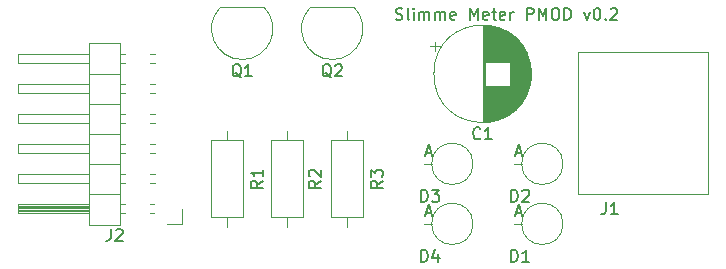
<source format=gbr>
%TF.GenerationSoftware,KiCad,Pcbnew,7.0.7*%
%TF.CreationDate,2023-08-26T11:09:00+02:00*%
%TF.ProjectId,slimme_meter_pmod,736c696d-6d65-45f6-9d65-7465725f706d,rev?*%
%TF.SameCoordinates,Original*%
%TF.FileFunction,Legend,Top*%
%TF.FilePolarity,Positive*%
%FSLAX46Y46*%
G04 Gerber Fmt 4.6, Leading zero omitted, Abs format (unit mm)*
G04 Created by KiCad (PCBNEW 7.0.7) date 2023-08-26 11:09:00*
%MOMM*%
%LPD*%
G01*
G04 APERTURE LIST*
%ADD10C,0.150000*%
%ADD11C,0.120000*%
G04 APERTURE END LIST*
D10*
X118399160Y-52527200D02*
X118542017Y-52574819D01*
X118542017Y-52574819D02*
X118780112Y-52574819D01*
X118780112Y-52574819D02*
X118875350Y-52527200D01*
X118875350Y-52527200D02*
X118922969Y-52479580D01*
X118922969Y-52479580D02*
X118970588Y-52384342D01*
X118970588Y-52384342D02*
X118970588Y-52289104D01*
X118970588Y-52289104D02*
X118922969Y-52193866D01*
X118922969Y-52193866D02*
X118875350Y-52146247D01*
X118875350Y-52146247D02*
X118780112Y-52098628D01*
X118780112Y-52098628D02*
X118589636Y-52051009D01*
X118589636Y-52051009D02*
X118494398Y-52003390D01*
X118494398Y-52003390D02*
X118446779Y-51955771D01*
X118446779Y-51955771D02*
X118399160Y-51860533D01*
X118399160Y-51860533D02*
X118399160Y-51765295D01*
X118399160Y-51765295D02*
X118446779Y-51670057D01*
X118446779Y-51670057D02*
X118494398Y-51622438D01*
X118494398Y-51622438D02*
X118589636Y-51574819D01*
X118589636Y-51574819D02*
X118827731Y-51574819D01*
X118827731Y-51574819D02*
X118970588Y-51622438D01*
X119542017Y-52574819D02*
X119446779Y-52527200D01*
X119446779Y-52527200D02*
X119399160Y-52431961D01*
X119399160Y-52431961D02*
X119399160Y-51574819D01*
X119922970Y-52574819D02*
X119922970Y-51908152D01*
X119922970Y-51574819D02*
X119875351Y-51622438D01*
X119875351Y-51622438D02*
X119922970Y-51670057D01*
X119922970Y-51670057D02*
X119970589Y-51622438D01*
X119970589Y-51622438D02*
X119922970Y-51574819D01*
X119922970Y-51574819D02*
X119922970Y-51670057D01*
X120399160Y-52574819D02*
X120399160Y-51908152D01*
X120399160Y-52003390D02*
X120446779Y-51955771D01*
X120446779Y-51955771D02*
X120542017Y-51908152D01*
X120542017Y-51908152D02*
X120684874Y-51908152D01*
X120684874Y-51908152D02*
X120780112Y-51955771D01*
X120780112Y-51955771D02*
X120827731Y-52051009D01*
X120827731Y-52051009D02*
X120827731Y-52574819D01*
X120827731Y-52051009D02*
X120875350Y-51955771D01*
X120875350Y-51955771D02*
X120970588Y-51908152D01*
X120970588Y-51908152D02*
X121113445Y-51908152D01*
X121113445Y-51908152D02*
X121208684Y-51955771D01*
X121208684Y-51955771D02*
X121256303Y-52051009D01*
X121256303Y-52051009D02*
X121256303Y-52574819D01*
X121732493Y-52574819D02*
X121732493Y-51908152D01*
X121732493Y-52003390D02*
X121780112Y-51955771D01*
X121780112Y-51955771D02*
X121875350Y-51908152D01*
X121875350Y-51908152D02*
X122018207Y-51908152D01*
X122018207Y-51908152D02*
X122113445Y-51955771D01*
X122113445Y-51955771D02*
X122161064Y-52051009D01*
X122161064Y-52051009D02*
X122161064Y-52574819D01*
X122161064Y-52051009D02*
X122208683Y-51955771D01*
X122208683Y-51955771D02*
X122303921Y-51908152D01*
X122303921Y-51908152D02*
X122446778Y-51908152D01*
X122446778Y-51908152D02*
X122542017Y-51955771D01*
X122542017Y-51955771D02*
X122589636Y-52051009D01*
X122589636Y-52051009D02*
X122589636Y-52574819D01*
X123446778Y-52527200D02*
X123351540Y-52574819D01*
X123351540Y-52574819D02*
X123161064Y-52574819D01*
X123161064Y-52574819D02*
X123065826Y-52527200D01*
X123065826Y-52527200D02*
X123018207Y-52431961D01*
X123018207Y-52431961D02*
X123018207Y-52051009D01*
X123018207Y-52051009D02*
X123065826Y-51955771D01*
X123065826Y-51955771D02*
X123161064Y-51908152D01*
X123161064Y-51908152D02*
X123351540Y-51908152D01*
X123351540Y-51908152D02*
X123446778Y-51955771D01*
X123446778Y-51955771D02*
X123494397Y-52051009D01*
X123494397Y-52051009D02*
X123494397Y-52146247D01*
X123494397Y-52146247D02*
X123018207Y-52241485D01*
X124684874Y-52574819D02*
X124684874Y-51574819D01*
X124684874Y-51574819D02*
X125018207Y-52289104D01*
X125018207Y-52289104D02*
X125351540Y-51574819D01*
X125351540Y-51574819D02*
X125351540Y-52574819D01*
X126208683Y-52527200D02*
X126113445Y-52574819D01*
X126113445Y-52574819D02*
X125922969Y-52574819D01*
X125922969Y-52574819D02*
X125827731Y-52527200D01*
X125827731Y-52527200D02*
X125780112Y-52431961D01*
X125780112Y-52431961D02*
X125780112Y-52051009D01*
X125780112Y-52051009D02*
X125827731Y-51955771D01*
X125827731Y-51955771D02*
X125922969Y-51908152D01*
X125922969Y-51908152D02*
X126113445Y-51908152D01*
X126113445Y-51908152D02*
X126208683Y-51955771D01*
X126208683Y-51955771D02*
X126256302Y-52051009D01*
X126256302Y-52051009D02*
X126256302Y-52146247D01*
X126256302Y-52146247D02*
X125780112Y-52241485D01*
X126542017Y-51908152D02*
X126922969Y-51908152D01*
X126684874Y-51574819D02*
X126684874Y-52431961D01*
X126684874Y-52431961D02*
X126732493Y-52527200D01*
X126732493Y-52527200D02*
X126827731Y-52574819D01*
X126827731Y-52574819D02*
X126922969Y-52574819D01*
X127637255Y-52527200D02*
X127542017Y-52574819D01*
X127542017Y-52574819D02*
X127351541Y-52574819D01*
X127351541Y-52574819D02*
X127256303Y-52527200D01*
X127256303Y-52527200D02*
X127208684Y-52431961D01*
X127208684Y-52431961D02*
X127208684Y-52051009D01*
X127208684Y-52051009D02*
X127256303Y-51955771D01*
X127256303Y-51955771D02*
X127351541Y-51908152D01*
X127351541Y-51908152D02*
X127542017Y-51908152D01*
X127542017Y-51908152D02*
X127637255Y-51955771D01*
X127637255Y-51955771D02*
X127684874Y-52051009D01*
X127684874Y-52051009D02*
X127684874Y-52146247D01*
X127684874Y-52146247D02*
X127208684Y-52241485D01*
X128113446Y-52574819D02*
X128113446Y-51908152D01*
X128113446Y-52098628D02*
X128161065Y-52003390D01*
X128161065Y-52003390D02*
X128208684Y-51955771D01*
X128208684Y-51955771D02*
X128303922Y-51908152D01*
X128303922Y-51908152D02*
X128399160Y-51908152D01*
X129494399Y-52574819D02*
X129494399Y-51574819D01*
X129494399Y-51574819D02*
X129875351Y-51574819D01*
X129875351Y-51574819D02*
X129970589Y-51622438D01*
X129970589Y-51622438D02*
X130018208Y-51670057D01*
X130018208Y-51670057D02*
X130065827Y-51765295D01*
X130065827Y-51765295D02*
X130065827Y-51908152D01*
X130065827Y-51908152D02*
X130018208Y-52003390D01*
X130018208Y-52003390D02*
X129970589Y-52051009D01*
X129970589Y-52051009D02*
X129875351Y-52098628D01*
X129875351Y-52098628D02*
X129494399Y-52098628D01*
X130494399Y-52574819D02*
X130494399Y-51574819D01*
X130494399Y-51574819D02*
X130827732Y-52289104D01*
X130827732Y-52289104D02*
X131161065Y-51574819D01*
X131161065Y-51574819D02*
X131161065Y-52574819D01*
X131827732Y-51574819D02*
X132018208Y-51574819D01*
X132018208Y-51574819D02*
X132113446Y-51622438D01*
X132113446Y-51622438D02*
X132208684Y-51717676D01*
X132208684Y-51717676D02*
X132256303Y-51908152D01*
X132256303Y-51908152D02*
X132256303Y-52241485D01*
X132256303Y-52241485D02*
X132208684Y-52431961D01*
X132208684Y-52431961D02*
X132113446Y-52527200D01*
X132113446Y-52527200D02*
X132018208Y-52574819D01*
X132018208Y-52574819D02*
X131827732Y-52574819D01*
X131827732Y-52574819D02*
X131732494Y-52527200D01*
X131732494Y-52527200D02*
X131637256Y-52431961D01*
X131637256Y-52431961D02*
X131589637Y-52241485D01*
X131589637Y-52241485D02*
X131589637Y-51908152D01*
X131589637Y-51908152D02*
X131637256Y-51717676D01*
X131637256Y-51717676D02*
X131732494Y-51622438D01*
X131732494Y-51622438D02*
X131827732Y-51574819D01*
X132684875Y-52574819D02*
X132684875Y-51574819D01*
X132684875Y-51574819D02*
X132922970Y-51574819D01*
X132922970Y-51574819D02*
X133065827Y-51622438D01*
X133065827Y-51622438D02*
X133161065Y-51717676D01*
X133161065Y-51717676D02*
X133208684Y-51812914D01*
X133208684Y-51812914D02*
X133256303Y-52003390D01*
X133256303Y-52003390D02*
X133256303Y-52146247D01*
X133256303Y-52146247D02*
X133208684Y-52336723D01*
X133208684Y-52336723D02*
X133161065Y-52431961D01*
X133161065Y-52431961D02*
X133065827Y-52527200D01*
X133065827Y-52527200D02*
X132922970Y-52574819D01*
X132922970Y-52574819D02*
X132684875Y-52574819D01*
X134351542Y-51908152D02*
X134589637Y-52574819D01*
X134589637Y-52574819D02*
X134827732Y-51908152D01*
X135399161Y-51574819D02*
X135494399Y-51574819D01*
X135494399Y-51574819D02*
X135589637Y-51622438D01*
X135589637Y-51622438D02*
X135637256Y-51670057D01*
X135637256Y-51670057D02*
X135684875Y-51765295D01*
X135684875Y-51765295D02*
X135732494Y-51955771D01*
X135732494Y-51955771D02*
X135732494Y-52193866D01*
X135732494Y-52193866D02*
X135684875Y-52384342D01*
X135684875Y-52384342D02*
X135637256Y-52479580D01*
X135637256Y-52479580D02*
X135589637Y-52527200D01*
X135589637Y-52527200D02*
X135494399Y-52574819D01*
X135494399Y-52574819D02*
X135399161Y-52574819D01*
X135399161Y-52574819D02*
X135303923Y-52527200D01*
X135303923Y-52527200D02*
X135256304Y-52479580D01*
X135256304Y-52479580D02*
X135208685Y-52384342D01*
X135208685Y-52384342D02*
X135161066Y-52193866D01*
X135161066Y-52193866D02*
X135161066Y-51955771D01*
X135161066Y-51955771D02*
X135208685Y-51765295D01*
X135208685Y-51765295D02*
X135256304Y-51670057D01*
X135256304Y-51670057D02*
X135303923Y-51622438D01*
X135303923Y-51622438D02*
X135399161Y-51574819D01*
X136161066Y-52479580D02*
X136208685Y-52527200D01*
X136208685Y-52527200D02*
X136161066Y-52574819D01*
X136161066Y-52574819D02*
X136113447Y-52527200D01*
X136113447Y-52527200D02*
X136161066Y-52479580D01*
X136161066Y-52479580D02*
X136161066Y-52574819D01*
X136589637Y-51670057D02*
X136637256Y-51622438D01*
X136637256Y-51622438D02*
X136732494Y-51574819D01*
X136732494Y-51574819D02*
X136970589Y-51574819D01*
X136970589Y-51574819D02*
X137065827Y-51622438D01*
X137065827Y-51622438D02*
X137113446Y-51670057D01*
X137113446Y-51670057D02*
X137161065Y-51765295D01*
X137161065Y-51765295D02*
X137161065Y-51860533D01*
X137161065Y-51860533D02*
X137113446Y-52003390D01*
X137113446Y-52003390D02*
X136542018Y-52574819D01*
X136542018Y-52574819D02*
X137161065Y-52574819D01*
X128166905Y-67975454D02*
X128166905Y-66975454D01*
X128166905Y-66975454D02*
X128405000Y-66975454D01*
X128405000Y-66975454D02*
X128547857Y-67023073D01*
X128547857Y-67023073D02*
X128643095Y-67118311D01*
X128643095Y-67118311D02*
X128690714Y-67213549D01*
X128690714Y-67213549D02*
X128738333Y-67404025D01*
X128738333Y-67404025D02*
X128738333Y-67546882D01*
X128738333Y-67546882D02*
X128690714Y-67737358D01*
X128690714Y-67737358D02*
X128643095Y-67832596D01*
X128643095Y-67832596D02*
X128547857Y-67927835D01*
X128547857Y-67927835D02*
X128405000Y-67975454D01*
X128405000Y-67975454D02*
X128166905Y-67975454D01*
X129119286Y-67070692D02*
X129166905Y-67023073D01*
X129166905Y-67023073D02*
X129262143Y-66975454D01*
X129262143Y-66975454D02*
X129500238Y-66975454D01*
X129500238Y-66975454D02*
X129595476Y-67023073D01*
X129595476Y-67023073D02*
X129643095Y-67070692D01*
X129643095Y-67070692D02*
X129690714Y-67165930D01*
X129690714Y-67165930D02*
X129690714Y-67261168D01*
X129690714Y-67261168D02*
X129643095Y-67404025D01*
X129643095Y-67404025D02*
X129071667Y-67975454D01*
X129071667Y-67975454D02*
X129690714Y-67975454D01*
X128561905Y-63839104D02*
X129038095Y-63839104D01*
X128466667Y-64124819D02*
X128800000Y-63124819D01*
X128800000Y-63124819D02*
X129133333Y-64124819D01*
X120546905Y-73055454D02*
X120546905Y-72055454D01*
X120546905Y-72055454D02*
X120785000Y-72055454D01*
X120785000Y-72055454D02*
X120927857Y-72103073D01*
X120927857Y-72103073D02*
X121023095Y-72198311D01*
X121023095Y-72198311D02*
X121070714Y-72293549D01*
X121070714Y-72293549D02*
X121118333Y-72484025D01*
X121118333Y-72484025D02*
X121118333Y-72626882D01*
X121118333Y-72626882D02*
X121070714Y-72817358D01*
X121070714Y-72817358D02*
X121023095Y-72912596D01*
X121023095Y-72912596D02*
X120927857Y-73007835D01*
X120927857Y-73007835D02*
X120785000Y-73055454D01*
X120785000Y-73055454D02*
X120546905Y-73055454D01*
X121975476Y-72388787D02*
X121975476Y-73055454D01*
X121737381Y-72007835D02*
X121499286Y-72722120D01*
X121499286Y-72722120D02*
X122118333Y-72722120D01*
X120941905Y-68919104D02*
X121418095Y-68919104D01*
X120846667Y-69204819D02*
X121180000Y-68204819D01*
X121180000Y-68204819D02*
X121513333Y-69204819D01*
X120546905Y-67975454D02*
X120546905Y-66975454D01*
X120546905Y-66975454D02*
X120785000Y-66975454D01*
X120785000Y-66975454D02*
X120927857Y-67023073D01*
X120927857Y-67023073D02*
X121023095Y-67118311D01*
X121023095Y-67118311D02*
X121070714Y-67213549D01*
X121070714Y-67213549D02*
X121118333Y-67404025D01*
X121118333Y-67404025D02*
X121118333Y-67546882D01*
X121118333Y-67546882D02*
X121070714Y-67737358D01*
X121070714Y-67737358D02*
X121023095Y-67832596D01*
X121023095Y-67832596D02*
X120927857Y-67927835D01*
X120927857Y-67927835D02*
X120785000Y-67975454D01*
X120785000Y-67975454D02*
X120546905Y-67975454D01*
X121451667Y-66975454D02*
X122070714Y-66975454D01*
X122070714Y-66975454D02*
X121737381Y-67356406D01*
X121737381Y-67356406D02*
X121880238Y-67356406D01*
X121880238Y-67356406D02*
X121975476Y-67404025D01*
X121975476Y-67404025D02*
X122023095Y-67451644D01*
X122023095Y-67451644D02*
X122070714Y-67546882D01*
X122070714Y-67546882D02*
X122070714Y-67784977D01*
X122070714Y-67784977D02*
X122023095Y-67880215D01*
X122023095Y-67880215D02*
X121975476Y-67927835D01*
X121975476Y-67927835D02*
X121880238Y-67975454D01*
X121880238Y-67975454D02*
X121594524Y-67975454D01*
X121594524Y-67975454D02*
X121499286Y-67927835D01*
X121499286Y-67927835D02*
X121451667Y-67880215D01*
X120941905Y-63839104D02*
X121418095Y-63839104D01*
X120846667Y-64124819D02*
X121180000Y-63124819D01*
X121180000Y-63124819D02*
X121513333Y-64124819D01*
X128166905Y-73055454D02*
X128166905Y-72055454D01*
X128166905Y-72055454D02*
X128405000Y-72055454D01*
X128405000Y-72055454D02*
X128547857Y-72103073D01*
X128547857Y-72103073D02*
X128643095Y-72198311D01*
X128643095Y-72198311D02*
X128690714Y-72293549D01*
X128690714Y-72293549D02*
X128738333Y-72484025D01*
X128738333Y-72484025D02*
X128738333Y-72626882D01*
X128738333Y-72626882D02*
X128690714Y-72817358D01*
X128690714Y-72817358D02*
X128643095Y-72912596D01*
X128643095Y-72912596D02*
X128547857Y-73007835D01*
X128547857Y-73007835D02*
X128405000Y-73055454D01*
X128405000Y-73055454D02*
X128166905Y-73055454D01*
X129690714Y-73055454D02*
X129119286Y-73055454D01*
X129405000Y-73055454D02*
X129405000Y-72055454D01*
X129405000Y-72055454D02*
X129309762Y-72198311D01*
X129309762Y-72198311D02*
X129214524Y-72293549D01*
X129214524Y-72293549D02*
X129119286Y-72341168D01*
X128561905Y-68919104D02*
X129038095Y-68919104D01*
X128466667Y-69204819D02*
X128800000Y-68204819D01*
X128800000Y-68204819D02*
X129133333Y-69204819D01*
X125563333Y-62589580D02*
X125515714Y-62637200D01*
X125515714Y-62637200D02*
X125372857Y-62684819D01*
X125372857Y-62684819D02*
X125277619Y-62684819D01*
X125277619Y-62684819D02*
X125134762Y-62637200D01*
X125134762Y-62637200D02*
X125039524Y-62541961D01*
X125039524Y-62541961D02*
X124991905Y-62446723D01*
X124991905Y-62446723D02*
X124944286Y-62256247D01*
X124944286Y-62256247D02*
X124944286Y-62113390D01*
X124944286Y-62113390D02*
X124991905Y-61922914D01*
X124991905Y-61922914D02*
X125039524Y-61827676D01*
X125039524Y-61827676D02*
X125134762Y-61732438D01*
X125134762Y-61732438D02*
X125277619Y-61684819D01*
X125277619Y-61684819D02*
X125372857Y-61684819D01*
X125372857Y-61684819D02*
X125515714Y-61732438D01*
X125515714Y-61732438D02*
X125563333Y-61780057D01*
X126515714Y-62684819D02*
X125944286Y-62684819D01*
X126230000Y-62684819D02*
X126230000Y-61684819D01*
X126230000Y-61684819D02*
X126134762Y-61827676D01*
X126134762Y-61827676D02*
X126039524Y-61922914D01*
X126039524Y-61922914D02*
X125944286Y-61970533D01*
X105314761Y-57450057D02*
X105219523Y-57402438D01*
X105219523Y-57402438D02*
X105124285Y-57307200D01*
X105124285Y-57307200D02*
X104981428Y-57164342D01*
X104981428Y-57164342D02*
X104886190Y-57116723D01*
X104886190Y-57116723D02*
X104790952Y-57116723D01*
X104838571Y-57354819D02*
X104743333Y-57307200D01*
X104743333Y-57307200D02*
X104648095Y-57211961D01*
X104648095Y-57211961D02*
X104600476Y-57021485D01*
X104600476Y-57021485D02*
X104600476Y-56688152D01*
X104600476Y-56688152D02*
X104648095Y-56497676D01*
X104648095Y-56497676D02*
X104743333Y-56402438D01*
X104743333Y-56402438D02*
X104838571Y-56354819D01*
X104838571Y-56354819D02*
X105029047Y-56354819D01*
X105029047Y-56354819D02*
X105124285Y-56402438D01*
X105124285Y-56402438D02*
X105219523Y-56497676D01*
X105219523Y-56497676D02*
X105267142Y-56688152D01*
X105267142Y-56688152D02*
X105267142Y-57021485D01*
X105267142Y-57021485D02*
X105219523Y-57211961D01*
X105219523Y-57211961D02*
X105124285Y-57307200D01*
X105124285Y-57307200D02*
X105029047Y-57354819D01*
X105029047Y-57354819D02*
X104838571Y-57354819D01*
X106219523Y-57354819D02*
X105648095Y-57354819D01*
X105933809Y-57354819D02*
X105933809Y-56354819D01*
X105933809Y-56354819D02*
X105838571Y-56497676D01*
X105838571Y-56497676D02*
X105743333Y-56592914D01*
X105743333Y-56592914D02*
X105648095Y-56640533D01*
X112934761Y-57450057D02*
X112839523Y-57402438D01*
X112839523Y-57402438D02*
X112744285Y-57307200D01*
X112744285Y-57307200D02*
X112601428Y-57164342D01*
X112601428Y-57164342D02*
X112506190Y-57116723D01*
X112506190Y-57116723D02*
X112410952Y-57116723D01*
X112458571Y-57354819D02*
X112363333Y-57307200D01*
X112363333Y-57307200D02*
X112268095Y-57211961D01*
X112268095Y-57211961D02*
X112220476Y-57021485D01*
X112220476Y-57021485D02*
X112220476Y-56688152D01*
X112220476Y-56688152D02*
X112268095Y-56497676D01*
X112268095Y-56497676D02*
X112363333Y-56402438D01*
X112363333Y-56402438D02*
X112458571Y-56354819D01*
X112458571Y-56354819D02*
X112649047Y-56354819D01*
X112649047Y-56354819D02*
X112744285Y-56402438D01*
X112744285Y-56402438D02*
X112839523Y-56497676D01*
X112839523Y-56497676D02*
X112887142Y-56688152D01*
X112887142Y-56688152D02*
X112887142Y-57021485D01*
X112887142Y-57021485D02*
X112839523Y-57211961D01*
X112839523Y-57211961D02*
X112744285Y-57307200D01*
X112744285Y-57307200D02*
X112649047Y-57354819D01*
X112649047Y-57354819D02*
X112458571Y-57354819D01*
X113268095Y-56450057D02*
X113315714Y-56402438D01*
X113315714Y-56402438D02*
X113410952Y-56354819D01*
X113410952Y-56354819D02*
X113649047Y-56354819D01*
X113649047Y-56354819D02*
X113744285Y-56402438D01*
X113744285Y-56402438D02*
X113791904Y-56450057D01*
X113791904Y-56450057D02*
X113839523Y-56545295D01*
X113839523Y-56545295D02*
X113839523Y-56640533D01*
X113839523Y-56640533D02*
X113791904Y-56783390D01*
X113791904Y-56783390D02*
X113220476Y-57354819D01*
X113220476Y-57354819D02*
X113839523Y-57354819D01*
X94281666Y-70304819D02*
X94281666Y-71019104D01*
X94281666Y-71019104D02*
X94234047Y-71161961D01*
X94234047Y-71161961D02*
X94138809Y-71257200D01*
X94138809Y-71257200D02*
X93995952Y-71304819D01*
X93995952Y-71304819D02*
X93900714Y-71304819D01*
X94710238Y-70400057D02*
X94757857Y-70352438D01*
X94757857Y-70352438D02*
X94853095Y-70304819D01*
X94853095Y-70304819D02*
X95091190Y-70304819D01*
X95091190Y-70304819D02*
X95186428Y-70352438D01*
X95186428Y-70352438D02*
X95234047Y-70400057D01*
X95234047Y-70400057D02*
X95281666Y-70495295D01*
X95281666Y-70495295D02*
X95281666Y-70590533D01*
X95281666Y-70590533D02*
X95234047Y-70733390D01*
X95234047Y-70733390D02*
X94662619Y-71304819D01*
X94662619Y-71304819D02*
X95281666Y-71304819D01*
X112044819Y-66206666D02*
X111568628Y-66539999D01*
X112044819Y-66778094D02*
X111044819Y-66778094D01*
X111044819Y-66778094D02*
X111044819Y-66397142D01*
X111044819Y-66397142D02*
X111092438Y-66301904D01*
X111092438Y-66301904D02*
X111140057Y-66254285D01*
X111140057Y-66254285D02*
X111235295Y-66206666D01*
X111235295Y-66206666D02*
X111378152Y-66206666D01*
X111378152Y-66206666D02*
X111473390Y-66254285D01*
X111473390Y-66254285D02*
X111521009Y-66301904D01*
X111521009Y-66301904D02*
X111568628Y-66397142D01*
X111568628Y-66397142D02*
X111568628Y-66778094D01*
X111140057Y-65825713D02*
X111092438Y-65778094D01*
X111092438Y-65778094D02*
X111044819Y-65682856D01*
X111044819Y-65682856D02*
X111044819Y-65444761D01*
X111044819Y-65444761D02*
X111092438Y-65349523D01*
X111092438Y-65349523D02*
X111140057Y-65301904D01*
X111140057Y-65301904D02*
X111235295Y-65254285D01*
X111235295Y-65254285D02*
X111330533Y-65254285D01*
X111330533Y-65254285D02*
X111473390Y-65301904D01*
X111473390Y-65301904D02*
X112044819Y-65873332D01*
X112044819Y-65873332D02*
X112044819Y-65254285D01*
X117294819Y-66206666D02*
X116818628Y-66539999D01*
X117294819Y-66778094D02*
X116294819Y-66778094D01*
X116294819Y-66778094D02*
X116294819Y-66397142D01*
X116294819Y-66397142D02*
X116342438Y-66301904D01*
X116342438Y-66301904D02*
X116390057Y-66254285D01*
X116390057Y-66254285D02*
X116485295Y-66206666D01*
X116485295Y-66206666D02*
X116628152Y-66206666D01*
X116628152Y-66206666D02*
X116723390Y-66254285D01*
X116723390Y-66254285D02*
X116771009Y-66301904D01*
X116771009Y-66301904D02*
X116818628Y-66397142D01*
X116818628Y-66397142D02*
X116818628Y-66778094D01*
X116294819Y-65873332D02*
X116294819Y-65254285D01*
X116294819Y-65254285D02*
X116675771Y-65587618D01*
X116675771Y-65587618D02*
X116675771Y-65444761D01*
X116675771Y-65444761D02*
X116723390Y-65349523D01*
X116723390Y-65349523D02*
X116771009Y-65301904D01*
X116771009Y-65301904D02*
X116866247Y-65254285D01*
X116866247Y-65254285D02*
X117104342Y-65254285D01*
X117104342Y-65254285D02*
X117199580Y-65301904D01*
X117199580Y-65301904D02*
X117247200Y-65349523D01*
X117247200Y-65349523D02*
X117294819Y-65444761D01*
X117294819Y-65444761D02*
X117294819Y-65730475D01*
X117294819Y-65730475D02*
X117247200Y-65825713D01*
X117247200Y-65825713D02*
X117199580Y-65873332D01*
X107134819Y-66206666D02*
X106658628Y-66539999D01*
X107134819Y-66778094D02*
X106134819Y-66778094D01*
X106134819Y-66778094D02*
X106134819Y-66397142D01*
X106134819Y-66397142D02*
X106182438Y-66301904D01*
X106182438Y-66301904D02*
X106230057Y-66254285D01*
X106230057Y-66254285D02*
X106325295Y-66206666D01*
X106325295Y-66206666D02*
X106468152Y-66206666D01*
X106468152Y-66206666D02*
X106563390Y-66254285D01*
X106563390Y-66254285D02*
X106611009Y-66301904D01*
X106611009Y-66301904D02*
X106658628Y-66397142D01*
X106658628Y-66397142D02*
X106658628Y-66778094D01*
X107134819Y-65254285D02*
X107134819Y-65825713D01*
X107134819Y-65539999D02*
X106134819Y-65539999D01*
X106134819Y-65539999D02*
X106277676Y-65635237D01*
X106277676Y-65635237D02*
X106372914Y-65730475D01*
X106372914Y-65730475D02*
X106420533Y-65825713D01*
X136191666Y-68034819D02*
X136191666Y-68749104D01*
X136191666Y-68749104D02*
X136144047Y-68891961D01*
X136144047Y-68891961D02*
X136048809Y-68987200D01*
X136048809Y-68987200D02*
X135905952Y-69034819D01*
X135905952Y-69034819D02*
X135810714Y-69034819D01*
X137191666Y-69034819D02*
X136620238Y-69034819D01*
X136905952Y-69034819D02*
X136905952Y-68034819D01*
X136905952Y-68034819D02*
X136810714Y-68177676D01*
X136810714Y-68177676D02*
X136715476Y-68272914D01*
X136715476Y-68272914D02*
X136620238Y-68320533D01*
D11*
%TO.C,D2*%
X129059365Y-64770000D02*
X128400000Y-64770000D01*
X132560635Y-64770000D02*
G75*
G03*
X132560635Y-64770000I-1750635J0D01*
G01*
%TO.C,D4*%
X124940635Y-69850000D02*
G75*
G03*
X124940635Y-69850000I-1750635J0D01*
G01*
X121439365Y-69850000D02*
X120780000Y-69850000D01*
%TO.C,D3*%
X121439365Y-64770000D02*
X120780000Y-64770000D01*
X124940635Y-64770000D02*
G75*
G03*
X124940635Y-64770000I-1750635J0D01*
G01*
%TO.C,D1*%
X129059365Y-69850000D02*
X128400000Y-69850000D01*
X132560635Y-69850000D02*
G75*
G03*
X132560635Y-69850000I-1750635J0D01*
G01*
%TO.C,C1*%
X121340302Y-54835000D02*
X122140302Y-54835000D01*
X121740302Y-54435000D02*
X121740302Y-55235000D01*
X125750000Y-53070000D02*
X125750000Y-61230000D01*
X125790000Y-53070000D02*
X125790000Y-61230000D01*
X125830000Y-53070000D02*
X125830000Y-61230000D01*
X125870000Y-53071000D02*
X125870000Y-61229000D01*
X125910000Y-53073000D02*
X125910000Y-61227000D01*
X125950000Y-53074000D02*
X125950000Y-61226000D01*
X125990000Y-53076000D02*
X125990000Y-56110000D01*
X125990000Y-58190000D02*
X125990000Y-61224000D01*
X126030000Y-53079000D02*
X126030000Y-56110000D01*
X126030000Y-58190000D02*
X126030000Y-61221000D01*
X126070000Y-53082000D02*
X126070000Y-56110000D01*
X126070000Y-58190000D02*
X126070000Y-61218000D01*
X126110000Y-53085000D02*
X126110000Y-56110000D01*
X126110000Y-58190000D02*
X126110000Y-61215000D01*
X126150000Y-53089000D02*
X126150000Y-56110000D01*
X126150000Y-58190000D02*
X126150000Y-61211000D01*
X126190000Y-53093000D02*
X126190000Y-56110000D01*
X126190000Y-58190000D02*
X126190000Y-61207000D01*
X126230000Y-53098000D02*
X126230000Y-56110000D01*
X126230000Y-58190000D02*
X126230000Y-61202000D01*
X126270000Y-53102000D02*
X126270000Y-56110000D01*
X126270000Y-58190000D02*
X126270000Y-61198000D01*
X126310000Y-53108000D02*
X126310000Y-56110000D01*
X126310000Y-58190000D02*
X126310000Y-61192000D01*
X126350000Y-53113000D02*
X126350000Y-56110000D01*
X126350000Y-58190000D02*
X126350000Y-61187000D01*
X126390000Y-53120000D02*
X126390000Y-56110000D01*
X126390000Y-58190000D02*
X126390000Y-61180000D01*
X126430000Y-53126000D02*
X126430000Y-56110000D01*
X126430000Y-58190000D02*
X126430000Y-61174000D01*
X126471000Y-53133000D02*
X126471000Y-56110000D01*
X126471000Y-58190000D02*
X126471000Y-61167000D01*
X126511000Y-53140000D02*
X126511000Y-56110000D01*
X126511000Y-58190000D02*
X126511000Y-61160000D01*
X126551000Y-53148000D02*
X126551000Y-56110000D01*
X126551000Y-58190000D02*
X126551000Y-61152000D01*
X126591000Y-53156000D02*
X126591000Y-56110000D01*
X126591000Y-58190000D02*
X126591000Y-61144000D01*
X126631000Y-53165000D02*
X126631000Y-56110000D01*
X126631000Y-58190000D02*
X126631000Y-61135000D01*
X126671000Y-53174000D02*
X126671000Y-56110000D01*
X126671000Y-58190000D02*
X126671000Y-61126000D01*
X126711000Y-53183000D02*
X126711000Y-56110000D01*
X126711000Y-58190000D02*
X126711000Y-61117000D01*
X126751000Y-53193000D02*
X126751000Y-56110000D01*
X126751000Y-58190000D02*
X126751000Y-61107000D01*
X126791000Y-53203000D02*
X126791000Y-56110000D01*
X126791000Y-58190000D02*
X126791000Y-61097000D01*
X126831000Y-53214000D02*
X126831000Y-56110000D01*
X126831000Y-58190000D02*
X126831000Y-61086000D01*
X126871000Y-53225000D02*
X126871000Y-56110000D01*
X126871000Y-58190000D02*
X126871000Y-61075000D01*
X126911000Y-53236000D02*
X126911000Y-56110000D01*
X126911000Y-58190000D02*
X126911000Y-61064000D01*
X126951000Y-53248000D02*
X126951000Y-56110000D01*
X126951000Y-58190000D02*
X126951000Y-61052000D01*
X126991000Y-53261000D02*
X126991000Y-56110000D01*
X126991000Y-58190000D02*
X126991000Y-61039000D01*
X127031000Y-53273000D02*
X127031000Y-56110000D01*
X127031000Y-58190000D02*
X127031000Y-61027000D01*
X127071000Y-53287000D02*
X127071000Y-56110000D01*
X127071000Y-58190000D02*
X127071000Y-61013000D01*
X127111000Y-53300000D02*
X127111000Y-56110000D01*
X127111000Y-58190000D02*
X127111000Y-61000000D01*
X127151000Y-53315000D02*
X127151000Y-56110000D01*
X127151000Y-58190000D02*
X127151000Y-60985000D01*
X127191000Y-53329000D02*
X127191000Y-56110000D01*
X127191000Y-58190000D02*
X127191000Y-60971000D01*
X127231000Y-53345000D02*
X127231000Y-56110000D01*
X127231000Y-58190000D02*
X127231000Y-60955000D01*
X127271000Y-53360000D02*
X127271000Y-56110000D01*
X127271000Y-58190000D02*
X127271000Y-60940000D01*
X127311000Y-53376000D02*
X127311000Y-56110000D01*
X127311000Y-58190000D02*
X127311000Y-60924000D01*
X127351000Y-53393000D02*
X127351000Y-56110000D01*
X127351000Y-58190000D02*
X127351000Y-60907000D01*
X127391000Y-53410000D02*
X127391000Y-56110000D01*
X127391000Y-58190000D02*
X127391000Y-60890000D01*
X127431000Y-53428000D02*
X127431000Y-56110000D01*
X127431000Y-58190000D02*
X127431000Y-60872000D01*
X127471000Y-53446000D02*
X127471000Y-56110000D01*
X127471000Y-58190000D02*
X127471000Y-60854000D01*
X127511000Y-53464000D02*
X127511000Y-56110000D01*
X127511000Y-58190000D02*
X127511000Y-60836000D01*
X127551000Y-53484000D02*
X127551000Y-56110000D01*
X127551000Y-58190000D02*
X127551000Y-60816000D01*
X127591000Y-53503000D02*
X127591000Y-56110000D01*
X127591000Y-58190000D02*
X127591000Y-60797000D01*
X127631000Y-53523000D02*
X127631000Y-56110000D01*
X127631000Y-58190000D02*
X127631000Y-60777000D01*
X127671000Y-53544000D02*
X127671000Y-56110000D01*
X127671000Y-58190000D02*
X127671000Y-60756000D01*
X127711000Y-53566000D02*
X127711000Y-56110000D01*
X127711000Y-58190000D02*
X127711000Y-60734000D01*
X127751000Y-53588000D02*
X127751000Y-56110000D01*
X127751000Y-58190000D02*
X127751000Y-60712000D01*
X127791000Y-53610000D02*
X127791000Y-56110000D01*
X127791000Y-58190000D02*
X127791000Y-60690000D01*
X127831000Y-53633000D02*
X127831000Y-56110000D01*
X127831000Y-58190000D02*
X127831000Y-60667000D01*
X127871000Y-53657000D02*
X127871000Y-56110000D01*
X127871000Y-58190000D02*
X127871000Y-60643000D01*
X127911000Y-53681000D02*
X127911000Y-56110000D01*
X127911000Y-58190000D02*
X127911000Y-60619000D01*
X127951000Y-53706000D02*
X127951000Y-56110000D01*
X127951000Y-58190000D02*
X127951000Y-60594000D01*
X127991000Y-53732000D02*
X127991000Y-56110000D01*
X127991000Y-58190000D02*
X127991000Y-60568000D01*
X128031000Y-53758000D02*
X128031000Y-56110000D01*
X128031000Y-58190000D02*
X128031000Y-60542000D01*
X128071000Y-53785000D02*
X128071000Y-60515000D01*
X128111000Y-53812000D02*
X128111000Y-60488000D01*
X128151000Y-53841000D02*
X128151000Y-60459000D01*
X128191000Y-53870000D02*
X128191000Y-60430000D01*
X128231000Y-53900000D02*
X128231000Y-60400000D01*
X128271000Y-53930000D02*
X128271000Y-60370000D01*
X128311000Y-53961000D02*
X128311000Y-60339000D01*
X128351000Y-53994000D02*
X128351000Y-60306000D01*
X128391000Y-54026000D02*
X128391000Y-60274000D01*
X128431000Y-54060000D02*
X128431000Y-60240000D01*
X128471000Y-54095000D02*
X128471000Y-60205000D01*
X128511000Y-54131000D02*
X128511000Y-60169000D01*
X128551000Y-54167000D02*
X128551000Y-60133000D01*
X128591000Y-54205000D02*
X128591000Y-60095000D01*
X128631000Y-54243000D02*
X128631000Y-60057000D01*
X128671000Y-54283000D02*
X128671000Y-60017000D01*
X128711000Y-54324000D02*
X128711000Y-59976000D01*
X128751000Y-54366000D02*
X128751000Y-59934000D01*
X128791000Y-54409000D02*
X128791000Y-59891000D01*
X128831000Y-54453000D02*
X128831000Y-59847000D01*
X128871000Y-54499000D02*
X128871000Y-59801000D01*
X128911000Y-54546000D02*
X128911000Y-59754000D01*
X128951000Y-54594000D02*
X128951000Y-59706000D01*
X128991000Y-54645000D02*
X128991000Y-59655000D01*
X129031000Y-54696000D02*
X129031000Y-59604000D01*
X129071000Y-54750000D02*
X129071000Y-59550000D01*
X129111000Y-54805000D02*
X129111000Y-59495000D01*
X129151000Y-54863000D02*
X129151000Y-59437000D01*
X129191000Y-54922000D02*
X129191000Y-59378000D01*
X129231000Y-54984000D02*
X129231000Y-59316000D01*
X129271000Y-55048000D02*
X129271000Y-59252000D01*
X129311000Y-55116000D02*
X129311000Y-59184000D01*
X129351000Y-55186000D02*
X129351000Y-59114000D01*
X129391000Y-55260000D02*
X129391000Y-59040000D01*
X129431000Y-55337000D02*
X129431000Y-58963000D01*
X129471000Y-55419000D02*
X129471000Y-58881000D01*
X129511000Y-55505000D02*
X129511000Y-58795000D01*
X129551000Y-55598000D02*
X129551000Y-58702000D01*
X129591000Y-55697000D02*
X129591000Y-58603000D01*
X129631000Y-55804000D02*
X129631000Y-58496000D01*
X129671000Y-55921000D02*
X129671000Y-58379000D01*
X129711000Y-56052000D02*
X129711000Y-58248000D01*
X129751000Y-56202000D02*
X129751000Y-58098000D01*
X129791000Y-56382000D02*
X129791000Y-57918000D01*
X129831000Y-56617000D02*
X129831000Y-57683000D01*
X129870000Y-57150000D02*
G75*
G03*
X129870000Y-57150000I-4120000J0D01*
G01*
%TO.C,Q1*%
X107210000Y-51490000D02*
X103610000Y-51490000D01*
X105410000Y-55940000D02*
G75*
G03*
X107248478Y-51501522I0J2600000D01*
G01*
X103571522Y-51501522D02*
G75*
G03*
X105410000Y-55940000I1838478J-1838478D01*
G01*
%TO.C,Q2*%
X114830000Y-51490000D02*
X111230000Y-51490000D01*
X113030000Y-55940000D02*
G75*
G03*
X114868478Y-51501522I0J2600000D01*
G01*
X111191522Y-51501522D02*
G75*
G03*
X113030000Y-55940000I1838478J-1838478D01*
G01*
%TO.C,J2*%
X100330000Y-69850000D02*
X99060000Y-69850000D01*
X100330000Y-68580000D02*
X100330000Y-69850000D01*
X98017071Y-66420000D02*
X97562929Y-66420000D01*
X98017071Y-65660000D02*
X97562929Y-65660000D01*
X98017071Y-63880000D02*
X97562929Y-63880000D01*
X98017071Y-63120000D02*
X97562929Y-63120000D01*
X98017071Y-61340000D02*
X97562929Y-61340000D01*
X98017071Y-60580000D02*
X97562929Y-60580000D01*
X98017071Y-58800000D02*
X97562929Y-58800000D01*
X98017071Y-58040000D02*
X97562929Y-58040000D01*
X98017071Y-56260000D02*
X97562929Y-56260000D01*
X98017071Y-55500000D02*
X97562929Y-55500000D01*
X97950000Y-68960000D02*
X97562929Y-68960000D01*
X97950000Y-68200000D02*
X97562929Y-68200000D01*
X95477071Y-68960000D02*
X95080000Y-68960000D01*
X95477071Y-68200000D02*
X95080000Y-68200000D01*
X95477071Y-66420000D02*
X95080000Y-66420000D01*
X95477071Y-65660000D02*
X95080000Y-65660000D01*
X95477071Y-63880000D02*
X95080000Y-63880000D01*
X95477071Y-63120000D02*
X95080000Y-63120000D01*
X95477071Y-61340000D02*
X95080000Y-61340000D01*
X95477071Y-60580000D02*
X95080000Y-60580000D01*
X95477071Y-58800000D02*
X95080000Y-58800000D01*
X95477071Y-58040000D02*
X95080000Y-58040000D01*
X95477071Y-56260000D02*
X95080000Y-56260000D01*
X95477071Y-55500000D02*
X95080000Y-55500000D01*
X95080000Y-69910000D02*
X95080000Y-54550000D01*
X95080000Y-67310000D02*
X92420000Y-67310000D01*
X95080000Y-64770000D02*
X92420000Y-64770000D01*
X95080000Y-62230000D02*
X92420000Y-62230000D01*
X95080000Y-59690000D02*
X92420000Y-59690000D01*
X95080000Y-57150000D02*
X92420000Y-57150000D01*
X95080000Y-54550000D02*
X92420000Y-54550000D01*
X92420000Y-69910000D02*
X95080000Y-69910000D01*
X92420000Y-68960000D02*
X86420000Y-68960000D01*
X92420000Y-68900000D02*
X86420000Y-68900000D01*
X92420000Y-68780000D02*
X86420000Y-68780000D01*
X92420000Y-68660000D02*
X86420000Y-68660000D01*
X92420000Y-68540000D02*
X86420000Y-68540000D01*
X92420000Y-68420000D02*
X86420000Y-68420000D01*
X92420000Y-68300000D02*
X86420000Y-68300000D01*
X92420000Y-66420000D02*
X86420000Y-66420000D01*
X92420000Y-63880000D02*
X86420000Y-63880000D01*
X92420000Y-61340000D02*
X86420000Y-61340000D01*
X92420000Y-58800000D02*
X86420000Y-58800000D01*
X92420000Y-56260000D02*
X86420000Y-56260000D01*
X92420000Y-54550000D02*
X92420000Y-69910000D01*
X86420000Y-68960000D02*
X86420000Y-68200000D01*
X86420000Y-68200000D02*
X92420000Y-68200000D01*
X86420000Y-66420000D02*
X86420000Y-65660000D01*
X86420000Y-65660000D02*
X92420000Y-65660000D01*
X86420000Y-63880000D02*
X86420000Y-63120000D01*
X86420000Y-63120000D02*
X92420000Y-63120000D01*
X86420000Y-61340000D02*
X86420000Y-60580000D01*
X86420000Y-60580000D02*
X92420000Y-60580000D01*
X86420000Y-58800000D02*
X86420000Y-58040000D01*
X86420000Y-58040000D02*
X92420000Y-58040000D01*
X86420000Y-56260000D02*
X86420000Y-55500000D01*
X86420000Y-55500000D02*
X92420000Y-55500000D01*
%TO.C,R2*%
X109220000Y-62000000D02*
X109220000Y-62770000D01*
X110590000Y-62770000D02*
X107850000Y-62770000D01*
X107850000Y-62770000D02*
X107850000Y-69310000D01*
X110590000Y-69310000D02*
X110590000Y-62770000D01*
X107850000Y-69310000D02*
X110590000Y-69310000D01*
X109220000Y-70080000D02*
X109220000Y-69310000D01*
%TO.C,R3*%
X114300000Y-62000000D02*
X114300000Y-62770000D01*
X115670000Y-62770000D02*
X112930000Y-62770000D01*
X112930000Y-62770000D02*
X112930000Y-69310000D01*
X115670000Y-69310000D02*
X115670000Y-62770000D01*
X112930000Y-69310000D02*
X115670000Y-69310000D01*
X114300000Y-70080000D02*
X114300000Y-69310000D01*
%TO.C,R1*%
X104140000Y-70080000D02*
X104140000Y-69310000D01*
X102770000Y-69310000D02*
X105510000Y-69310000D01*
X105510000Y-69310000D02*
X105510000Y-62770000D01*
X102770000Y-62770000D02*
X102770000Y-69310000D01*
X105510000Y-62770000D02*
X102770000Y-62770000D01*
X104140000Y-62000000D02*
X104140000Y-62770000D01*
%TO.C,J1*%
X144860000Y-55310000D02*
X144860000Y-67310000D01*
X139860000Y-55310000D02*
X144860000Y-55310000D01*
X133860000Y-55310000D02*
X139860000Y-55310000D01*
X144860000Y-67310000D02*
X139860000Y-67310000D01*
X139860000Y-67310000D02*
X133860000Y-67310000D01*
X133860000Y-67310000D02*
X133860000Y-55310000D01*
%TD*%
M02*

</source>
